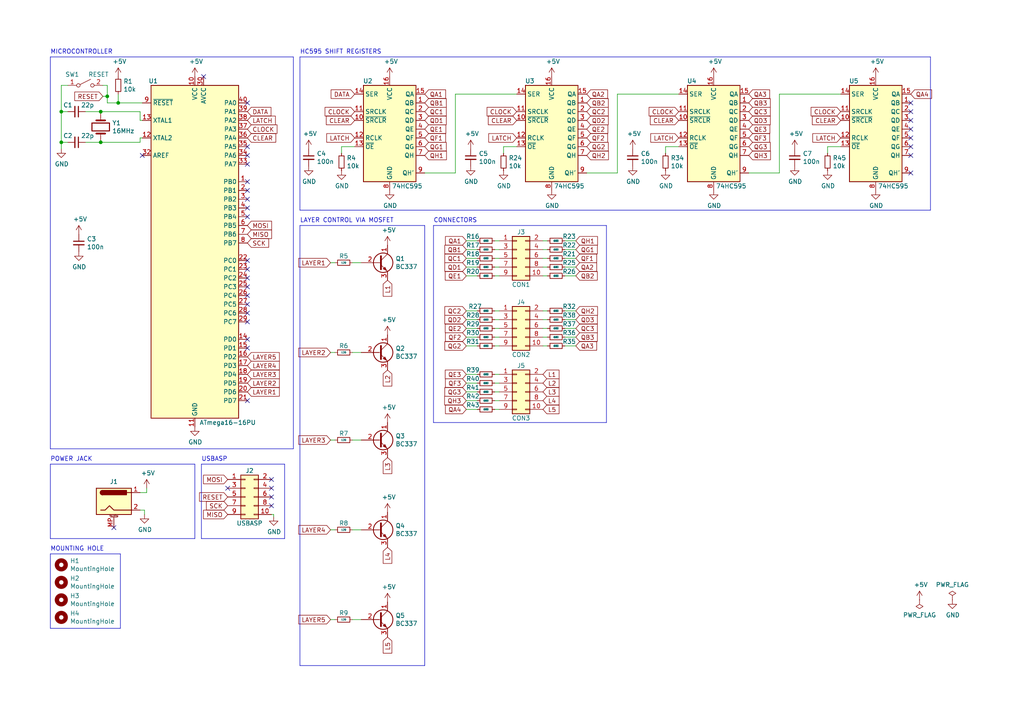
<source format=kicad_sch>
(kicad_sch (version 20230121) (generator eeschema)
  (paper "A4")
  (title_block (title "LED CUBE 5X5X5") (date "2021-08-31") (rev "1.0") (company "TVZ - Josip Kordek"))
  (lib_symbols
    (symbol "74xx:74HC595"
      (property "Reference" "U" (at -7.62 13.97 0))
      (property "Value" "74HC595" (at -7.62 -16.51 0))
      (symbol "74HC595_1_0"
        (pin tri_state line (at 10.16 7.62 180) (length 2.54) (name "QB") (number "1"))
        (pin input line (at -10.16 2.54 0) (length 2.54) (name "~{SRCLR}") (number "10"))
        (pin input line (at -10.16 5.08 0) (length 2.54) (name "SRCLK") (number "11"))
        (pin input line (at -10.16 -2.54 0) (length 2.54) (name "RCLK") (number "12"))
        (pin input line (at -10.16 -5.08 0) (length 2.54) (name "~{OE}") (number "13"))
        (pin input line (at -10.16 10.16 0) (length 2.54) (name "SER") (number "14"))
        (pin tri_state line (at 10.16 10.16 180) (length 2.54) (name "QA") (number "15"))
        (pin power_in line (at 0 15.24 270) (length 2.54) (name "VCC") (number "16"))
        (pin tri_state line (at 10.16 5.08 180) (length 2.54) (name "QC") (number "2"))
        (pin tri_state line (at 10.16 2.54 180) (length 2.54) (name "QD") (number "3"))
        (pin tri_state line (at 10.16 0 180) (length 2.54) (name "QE") (number "4"))
        (pin tri_state line (at 10.16 -2.54 180) (length 2.54) (name "QF") (number "5"))
        (pin tri_state line (at 10.16 -5.08 180) (length 2.54) (name "QG") (number "6"))
        (pin tri_state line (at 10.16 -7.62 180) (length 2.54) (name "QH") (number "7"))
        (pin power_in line (at 0 -17.78 90) (length 2.54) (name "GND") (number "8"))
        (pin output line (at 10.16 -12.7 180) (length 2.54) (name "QH'") (number "9"))
      )
    )
    (symbol "Connector:Barrel_Jack_MountingPin" (pin_names hide)
      (property "Reference" "J" (at 0 5.334 0))
      (property "Value" "Barrel_Jack_MountingPin" (at 1.27 -6.35 0))
      (symbol "Barrel_Jack_MountingPin_1_1"
        (text "Mounting" (at 0 -4.191 0) (effects (font (size 0.381 0.381))))
        (pin passive line (at 7.62 2.54 180) (length 2.54) (name "~") (number "1"))
        (pin passive line (at 7.62 -2.54 180) (length 2.54) (name "~") (number "2"))
        (pin passive line (at 0 -7.62 90) (length 3.048) (name "MountPin") (number "MP"))
      )
    )
    (symbol "Connector_Generic:Conn_02x05_Odd_Even" (pin_names (offset 1.016) hide)
      (property "Reference" "J" (at 1.27 7.62 0))
      (property "Value" "Conn_02x05_Odd_Even" (at 1.27 -7.62 0))
      (symbol "Conn_02x05_Odd_Even_1_1"
        (pin passive line (at -5.08 5.08 0) (length 3.81) (name "Pin_1") (number "1"))
        (pin passive line (at 7.62 -5.08 180) (length 3.81) (name "Pin_10") (number "10"))
        (pin passive line (at 7.62 5.08 180) (length 3.81) (name "Pin_2") (number "2"))
        (pin passive line (at -5.08 2.54 0) (length 3.81) (name "Pin_3") (number "3"))
        (pin passive line (at 7.62 2.54 180) (length 3.81) (name "Pin_4") (number "4"))
        (pin passive line (at -5.08 0 0) (length 3.81) (name "Pin_5") (number "5"))
        (pin passive line (at 7.62 0 180) (length 3.81) (name "Pin_6") (number "6"))
        (pin passive line (at -5.08 -2.54 0) (length 3.81) (name "Pin_7") (number "7"))
        (pin passive line (at 7.62 -2.54 180) (length 3.81) (name "Pin_8") (number "8"))
        (pin passive line (at -5.08 -5.08 0) (length 3.81) (name "Pin_9") (number "9"))
      )
    )
    (symbol "Device:C_Small" (pin_numbers hide) (pin_names (offset 0.254) hide)
      (property "Reference" "C" (at 0.254 1.778 0))
      (property "Value" "C_Small" (at 0.254 -2.032 0))
      (symbol "C_Small_1_1"
        (pin passive line (at 0 2.54 270) (length 2.032) (name "~") (number "1"))
        (pin passive line (at 0 -2.54 90) (length 2.032) (name "~") (number "2"))
      )
    )
    (symbol "Device:Crystal" (pin_numbers hide) (pin_names (offset 1.016) hide)
      (property "Reference" "Y" (at 0 3.81 0))
      (property "Value" "Crystal" (at 0 -3.81 0))
      (symbol "Crystal_1_1"
        (pin passive line (at -3.81 0 0) (length 1.27) (name "1") (number "1"))
        (pin passive line (at 3.81 0 180) (length 1.27) (name "2") (number "2"))
      )
    )
    (symbol "Device:R_Small" (pin_numbers hide) (pin_names (offset 0.254) hide)
      (property "Reference" "R" (at 0.762 0.508 0))
      (property "Value" "R_Small" (at 0.762 -1.016 0))
      (symbol "R_Small_1_1"
        (pin passive line (at 0 2.54 270) (length 0.762) (name "~") (number "1"))
        (pin passive line (at 0 -2.54 90) (length 0.762) (name "~") (number "2"))
      )
    )
    (symbol "MCU_Microchip_ATmega:ATmega16-16PU"
      (property "Reference" "U" (at -12.7 49.53 0))
      (property "Value" "MCU_Microchip_ATmega_ATmega16-16PU" (at 2.54 -49.53 0))
      (symbol "ATmega16-16PU_1_1"
        (pin bidirectional line (at 15.24 20.32 180) (length 2.54) (name "PB0") (number "1"))
        (pin power_in line (at 0 50.8 270) (length 2.54) (name "VCC") (number "10"))
        (pin power_in line (at 0 -50.8 90) (length 2.54) (name "GND") (number "11"))
        (pin output line (at -15.24 33.02 0) (length 2.54) (name "XTAL2") (number "12"))
        (pin input line (at -15.24 38.1 0) (length 2.54) (name "XTAL1") (number "13"))
        (pin bidirectional line (at 15.24 -25.4 180) (length 2.54) (name "PD0") (number "14"))
        (pin bidirectional line (at 15.24 -27.94 180) (length 2.54) (name "PD1") (number "15"))
        (pin bidirectional line (at 15.24 -30.48 180) (length 2.54) (name "PD2") (number "16"))
        (pin bidirectional line (at 15.24 -33.02 180) (length 2.54) (name "PD3") (number "17"))
        (pin bidirectional line (at 15.24 -35.56 180) (length 2.54) (name "PD4") (number "18"))
        (pin bidirectional line (at 15.24 -38.1 180) (length 2.54) (name "PD5") (number "19"))
        (pin bidirectional line (at 15.24 17.78 180) (length 2.54) (name "PB1") (number "2"))
        (pin bidirectional line (at 15.24 -40.64 180) (length 2.54) (name "PD6") (number "20"))
        (pin bidirectional line (at 15.24 -43.18 180) (length 2.54) (name "PD7") (number "21"))
        (pin bidirectional line (at 15.24 -2.54 180) (length 2.54) (name "PC0") (number "22"))
        (pin bidirectional line (at 15.24 -5.08 180) (length 2.54) (name "PC1") (number "23"))
        (pin bidirectional line (at 15.24 -7.62 180) (length 2.54) (name "PC2") (number "24"))
        (pin bidirectional line (at 15.24 -10.16 180) (length 2.54) (name "PC3") (number "25"))
        (pin bidirectional line (at 15.24 -12.7 180) (length 2.54) (name "PC4") (number "26"))
        (pin bidirectional line (at 15.24 -15.24 180) (length 2.54) (name "PC5") (number "27"))
        (pin bidirectional line (at 15.24 -17.78 180) (length 2.54) (name "PC6") (number "28"))
        (pin bidirectional line (at 15.24 -20.32 180) (length 2.54) (name "PC7") (number "29"))
        (pin bidirectional line (at 15.24 15.24 180) (length 2.54) (name "PB2") (number "3"))
        (pin power_in line (at 2.54 50.8 270) (length 2.54) (name "AVCC") (number "30"))
        (pin passive line (at 0 -50.8 90) (length 2.54) hide (name "GND") (number "31"))
        (pin passive line (at -15.24 27.94 0) (length 2.54) (name "AREF") (number "32"))
        (pin bidirectional line (at 15.24 25.4 180) (length 2.54) (name "PA7") (number "33"))
        (pin bidirectional line (at 15.24 27.94 180) (length 2.54) (name "PA6") (number "34"))
        (pin bidirectional line (at 15.24 30.48 180) (length 2.54) (name "PA5") (number "35"))
        (pin bidirectional line (at 15.24 33.02 180) (length 2.54) (name "PA4") (number "36"))
        (pin bidirectional line (at 15.24 35.56 180) (length 2.54) (name "PA3") (number "37"))
        (pin bidirectional line (at 15.24 38.1 180) (length 2.54) (name "PA2") (number "38"))
        (pin bidirectional line (at 15.24 40.64 180) (length 2.54) (name "PA1") (number "39"))
        (pin bidirectional line (at 15.24 12.7 180) (length 2.54) (name "PB3") (number "4"))
        (pin bidirectional line (at 15.24 43.18 180) (length 2.54) (name "PA0") (number "40"))
        (pin bidirectional line (at 15.24 10.16 180) (length 2.54) (name "PB4") (number "5"))
        (pin bidirectional line (at 15.24 7.62 180) (length 2.54) (name "PB5") (number "6"))
        (pin bidirectional line (at 15.24 5.08 180) (length 2.54) (name "PB6") (number "7"))
        (pin bidirectional line (at 15.24 2.54 180) (length 2.54) (name "PB7") (number "8"))
        (pin input line (at -15.24 43.18 0) (length 2.54) (name "~{RESET}") (number "9"))
      )
    )
    (symbol "Mechanical:MountingHole" (pin_names (offset 1.016))
      (property "Reference" "H" (at 0 5.08 0))
      (property "Value" "MountingHole" (at 0 3.175 0))
    )
    (symbol "Switch:SW_SPST" (pin_names (offset 0) hide)
      (property "Reference" "SW" (at 0 3.175 0))
      (property "Value" "SW_SPST" (at 0 -2.54 0))
      (symbol "SW_SPST_1_1"
        (pin passive line (at -5.08 0 0) (length 2.54) (name "A") (number "1"))
        (pin passive line (at 5.08 0 180) (length 2.54) (name "B") (number "2"))
      )
    )
    (symbol "Transistor_BJT:BC337" (pin_names (offset 0) hide)
      (property "Reference" "Q" (at 5.08 1.905 0))
      (property "Value" "BC337" (at 5.08 0 0))
      (symbol "BC337_1_1"
        (pin passive line (at 2.54 5.08 270) (length 2.54) (name "C") (number "1"))
        (pin input line (at -5.08 0 0) (length 5.08) (name "B") (number "2"))
        (pin passive line (at 2.54 -5.08 90) (length 2.54) (name "E") (number "3"))
      )
    )
    (symbol "power:+5V" (power) (pin_names (offset 0))
      (property "Value" "+5V" (at 0 3.556 0))
      (symbol "+5V_1_1"
        (pin power_in line (at 0 0 90) (length 0) hide (name "+5V") (number "1"))
      )
    )
    (symbol "power:GND" (power) (pin_names (offset 0))
      (property "Value" "GND" (at 0 -3.81 0))
      (symbol "GND_1_1"
        (pin power_in line (at 0 0 270) (length 0) hide (name "GND") (number "1"))
      )
    )
    (symbol "power:PWR_FLAG" (power) (pin_numbers hide) (pin_names (offset 0) hide)
      (property "Value" "PWR_FLAG" (at 0 3.81 0))
      (symbol "PWR_FLAG_0_0"
        (pin power_out line (at 0 0 90) (length 0) (name "pwr") (number "1"))
      )
    )
  )
  (junction (at 29.21 41.275))
  (junction (at 34.29 29.845))
  (junction (at 17.78 41.275))
  (junction (at 29.21 32.385))
  (junction (at 31.115 27.94))
  (junction (at 17.78 32.385))
  (no_connect (at 33.02 153.035))
  (no_connect (at 71.755 57.785))
  (no_connect (at 71.755 100.965))
  (no_connect (at 264.16 40.005))
  (no_connect (at 71.755 60.325))
  (no_connect (at 71.755 85.725))
  (no_connect (at 71.755 55.245))
  (no_connect (at 71.755 62.865))
  (no_connect (at 264.16 50.165))
  (no_connect (at 71.755 42.545))
  (no_connect (at 71.755 83.185))
  (no_connect (at 71.755 90.805))
  (no_connect (at 59.055 22.225))
  (no_connect (at 66.04 141.605))
  (no_connect (at 264.16 34.925))
  (no_connect (at 264.16 42.545))
  (no_connect (at 71.755 78.105))
  (no_connect (at 71.755 93.345))
  (no_connect (at 71.755 45.085))
  (no_connect (at 78.74 144.145))
  (no_connect (at 71.755 75.565))
  (no_connect (at 78.74 146.685))
  (no_connect (at 71.755 47.625))
  (no_connect (at 71.755 116.205))
  (no_connect (at 71.755 52.705))
  (no_connect (at 264.16 37.465))
  (no_connect (at 264.16 45.085))
  (no_connect (at 71.755 98.425))
  (no_connect (at 78.74 139.065))
  (no_connect (at 71.755 29.845))
  (no_connect (at 41.275 45.085))
  (no_connect (at 71.755 88.265))
  (no_connect (at 264.16 29.845))
  (no_connect (at 264.16 32.385))
  (no_connect (at 78.74 141.605))
  (no_connect (at 71.755 80.645))
  (polyline (pts (xy 14.605 130.175) (xy 85.09 130.175)))
  (wire (pts (xy 143.51 90.17) (xy 144.78 90.17)))
  (wire (pts (xy 179.07 27.305) (xy 196.85 27.305)))
  (wire (pts (xy 143.51 97.79) (xy 144.78 97.79)))
  (wire (pts (xy 226.06 50.165) (xy 226.06 27.305)))
  (wire (pts (xy 170.18 50.165) (xy 179.07 50.165)))
  (wire (pts (xy 29.21 41.275) (xy 40.64 41.275)))
  (wire (pts (xy 40.64 40.005) (xy 41.275 40.005)))
  (wire (pts (xy 143.51 74.93) (xy 144.78 74.93)))
  (wire (pts (xy 31.115 29.845) (xy 34.29 29.845)))
  (wire (pts (xy 217.17 50.165) (xy 226.06 50.165)))
  (wire (pts (xy 143.51 80.01) (xy 144.78 80.01)))
  (wire (pts (xy 143.51 77.47) (xy 144.78 77.47)))
  (wire (pts (xy 99.06 42.545) (xy 102.87 42.545)))
  (wire (pts (xy 17.78 32.385) (xy 19.685 32.385)))
  (wire (pts (xy 41.275 29.845) (xy 34.29 29.845)))
  (polyline (pts (xy 269.875 60.96) (xy 269.875 16.51)))
  (wire (pts (xy 135.255 90.17) (xy 138.43 90.17)))
  (wire (pts (xy 79.375 149.225) (xy 78.74 149.225)))
  (polyline (pts (xy 123.19 65.405) (xy 86.995 65.405)))
  (polyline (pts (xy 14.605 182.245) (xy 34.925 182.245)))
  (polyline (pts (xy 14.605 16.51) (xy 14.605 130.175)))
  (wire (pts (xy 163.83 72.39) (xy 167.005 72.39)))
  (polyline (pts (xy 175.895 65.405) (xy 125.73 65.405)))
  (polyline (pts (xy 86.995 16.51) (xy 86.995 60.96)))
  (wire (pts (xy 29.21 40.64) (xy 29.21 41.275)))
  (wire (pts (xy 42.545 141.605) (xy 42.545 142.875)))
  (wire (pts (xy 95.885 153.67) (xy 97.155 153.67)))
  (wire (pts (xy 34.29 29.845) (xy 34.29 27.305)))
  (polyline (pts (xy 86.995 193.04) (xy 123.19 193.04)))
  (wire (pts (xy 135.255 113.665) (xy 138.43 113.665)))
  (wire (pts (xy 29.845 27.94) (xy 31.115 27.94)))
  (wire (pts (xy 193.04 42.545) (xy 196.85 42.545)))
  (wire (pts (xy 19.685 24.765) (xy 17.78 24.765)))
  (wire (pts (xy 95.885 127.635) (xy 97.155 127.635)))
  (wire (pts (xy 135.255 118.745) (xy 138.43 118.745)))
  (wire (pts (xy 102.235 76.2) (xy 104.775 76.2)))
  (polyline (pts (xy 82.55 156.21) (xy 58.42 156.21)))
  (wire (pts (xy 135.255 100.33) (xy 138.43 100.33)))
  (polyline (pts (xy 82.55 134.62) (xy 82.55 156.21)))
  (wire (pts (xy 135.255 116.205) (xy 138.43 116.205)))
  (polyline (pts (xy 14.605 160.655) (xy 14.605 182.245)))
  (polyline (pts (xy 14.605 134.62) (xy 56.515 134.62)))
  (wire (pts (xy 163.83 80.01) (xy 167.005 80.01)))
  (wire (pts (xy 135.255 108.585) (xy 138.43 108.585)))
  (wire (pts (xy 17.78 24.765) (xy 17.78 32.385)))
  (polyline (pts (xy 82.55 134.62) (xy 58.42 134.62)))
  (wire (pts (xy 158.75 100.33) (xy 157.48 100.33)))
  (wire (pts (xy 102.235 179.705) (xy 104.775 179.705)))
  (wire (pts (xy 29.845 24.765) (xy 31.115 24.765)))
  (wire (pts (xy 158.75 72.39) (xy 157.48 72.39)))
  (wire (pts (xy 158.75 77.47) (xy 157.48 77.47)))
  (wire (pts (xy 226.06 27.305) (xy 243.84 27.305)))
  (wire (pts (xy 123.19 50.165) (xy 132.08 50.165)))
  (wire (pts (xy 163.83 77.47) (xy 167.005 77.47)))
  (wire (pts (xy 41.91 149.225) (xy 41.91 147.955)))
  (wire (pts (xy 163.83 69.85) (xy 167.005 69.85)))
  (polyline (pts (xy 86.995 65.405) (xy 86.995 193.04)))
  (wire (pts (xy 29.21 32.385) (xy 24.765 32.385)))
  (wire (pts (xy 24.765 41.275) (xy 29.21 41.275)))
  (wire (pts (xy 40.64 142.875) (xy 42.545 142.875)))
  (wire (pts (xy 17.78 43.18) (xy 17.78 41.275)))
  (polyline (pts (xy 86.995 60.96) (xy 269.875 60.96)))
  (polyline (pts (xy 125.73 122.555) (xy 175.895 122.555)))
  (wire (pts (xy 163.83 97.79) (xy 167.005 97.79)))
  (wire (pts (xy 79.375 149.86) (xy 79.375 149.225)))
  (wire (pts (xy 135.255 95.25) (xy 138.43 95.25)))
  (wire (pts (xy 143.51 72.39) (xy 144.78 72.39)))
  (wire (pts (xy 158.75 74.93) (xy 157.48 74.93)))
  (wire (pts (xy 102.235 127.635) (xy 104.775 127.635)))
  (wire (pts (xy 31.115 27.94) (xy 31.115 29.845)))
  (wire (pts (xy 135.255 77.47) (xy 138.43 77.47)))
  (wire (pts (xy 240.03 42.545) (xy 243.84 42.545)))
  (wire (pts (xy 143.51 118.745) (xy 144.78 118.745)))
  (wire (pts (xy 143.51 95.25) (xy 144.78 95.25)))
  (wire (pts (xy 102.235 153.67) (xy 104.775 153.67)))
  (polyline (pts (xy 85.09 16.51) (xy 14.605 16.51)))
  (wire (pts (xy 40.64 41.275) (xy 40.64 40.005)))
  (wire (pts (xy 143.51 69.85) (xy 144.78 69.85)))
  (polyline (pts (xy 175.895 122.555) (xy 175.895 65.405)))
  (wire (pts (xy 146.05 42.545) (xy 149.86 42.545)))
  (wire (pts (xy 135.255 72.39) (xy 138.43 72.39)))
  (polyline (pts (xy 123.19 193.04) (xy 123.19 65.405)))
  (polyline (pts (xy 58.42 134.62) (xy 58.42 156.21)))
  (wire (pts (xy 143.51 111.125) (xy 144.78 111.125)))
  (wire (pts (xy 163.83 100.33) (xy 167.005 100.33)))
  (wire (pts (xy 95.885 179.705) (xy 97.155 179.705)))
  (wire (pts (xy 135.255 97.79) (xy 138.43 97.79)))
  (wire (pts (xy 17.78 41.275) (xy 17.78 32.385)))
  (wire (pts (xy 158.75 80.01) (xy 157.48 80.01)))
  (wire (pts (xy 143.51 116.205) (xy 144.78 116.205)))
  (wire (pts (xy 31.115 24.765) (xy 31.115 27.94)))
  (wire (pts (xy 41.275 34.925) (xy 40.64 34.925)))
  (wire (pts (xy 132.08 27.305) (xy 132.08 50.165)))
  (polyline (pts (xy 14.605 134.62) (xy 14.605 156.21)))
  (wire (pts (xy 40.64 32.385) (xy 29.21 32.385)))
  (wire (pts (xy 135.255 111.125) (xy 138.43 111.125)))
  (wire (pts (xy 29.21 32.385) (xy 29.21 33.02)))
  (wire (pts (xy 158.75 97.79) (xy 157.48 97.79)))
  (wire (pts (xy 40.64 34.925) (xy 40.64 32.385)))
  (wire (pts (xy 158.75 95.25) (xy 157.48 95.25)))
  (wire (pts (xy 143.51 92.71) (xy 144.78 92.71)))
  (wire (pts (xy 143.51 100.33) (xy 144.78 100.33)))
  (wire (pts (xy 158.75 69.85) (xy 157.48 69.85)))
  (wire (pts (xy 135.255 92.71) (xy 138.43 92.71)))
  (wire (pts (xy 135.255 80.01) (xy 138.43 80.01)))
  (wire (pts (xy 41.91 147.955) (xy 40.64 147.955)))
  (wire (pts (xy 135.255 74.93) (xy 138.43 74.93)))
  (wire (pts (xy 95.885 76.2) (xy 97.155 76.2)))
  (wire (pts (xy 158.75 90.17) (xy 157.48 90.17)))
  (polyline (pts (xy 34.925 182.245) (xy 34.925 160.655)))
  (wire (pts (xy 19.685 41.275) (xy 17.78 41.275)))
  (wire (pts (xy 99.06 44.45) (xy 99.06 42.545)))
  (wire (pts (xy 146.05 44.45) (xy 146.05 42.545)))
  (wire (pts (xy 163.83 90.17) (xy 167.005 90.17)))
  (wire (pts (xy 163.83 74.93) (xy 167.005 74.93)))
  (wire (pts (xy 143.51 108.585) (xy 144.78 108.585)))
  (wire (pts (xy 135.255 69.85) (xy 138.43 69.85)))
  (wire (pts (xy 132.08 27.305) (xy 149.86 27.305)))
  (polyline (pts (xy 56.515 156.21) (xy 56.515 134.62)))
  (wire (pts (xy 163.83 95.25) (xy 167.005 95.25)))
  (polyline (pts (xy 14.605 156.21) (xy 56.515 156.21)))
  (wire (pts (xy 102.235 102.235) (xy 104.775 102.235)))
  (polyline (pts (xy 85.09 130.175) (xy 85.09 16.51)))
  (wire (pts (xy 143.51 113.665) (xy 144.78 113.665)))
  (wire (pts (xy 179.07 27.305) (xy 179.07 50.165)))
  (polyline (pts (xy 269.875 16.51) (xy 86.995 16.51)))
  (wire (pts (xy 193.04 44.45) (xy 193.04 42.545)))
  (wire (pts (xy 240.03 44.45) (xy 240.03 42.545)))
  (wire (pts (xy 95.885 102.235) (xy 97.155 102.235)))
  (polyline (pts (xy 34.925 160.655) (xy 14.605 160.655)))
  (wire (pts (xy 163.83 92.71) (xy 167.005 92.71)))
  (polyline (pts (xy 125.73 65.405) (xy 125.73 122.555)))
  (wire (pts (xy 158.75 92.71) (xy 157.48 92.71)))
  (text "POWER JACK" (at 14.605 133.985 0) (effects (font (size 1.27 1.27)) (justify left bottom)))
  (text "USBASP" (at 58.42 133.985 0) (effects (font (size 1.27 1.27)) (justify left bottom)))
  (text "HC595 SHIFT REGISTERS" (at 86.995 15.875 0) (effects (font (size 1.27 1.27)) (justify left bottom)))
  (text "LAYER CONTROL VIA MOSFET" (at 86.995 64.77 0) (effects (font (size 1.27 1.27)) (justify left bottom)))
  (text "MOUNTING HOLE" (at 14.605 160.02 0) (effects (font (size 1.27 1.27)) (justify left bottom)))
  (text "MICROCONTROLLER" (at 14.605 15.875 0) (effects (font (size 1.27 1.27)) (justify left bottom)))
  (text "CONNECTORS" (at 125.73 64.77 0) (effects (font (size 1.27 1.27)) (justify left bottom)))
  (global_label "LATCH" (shape input) (at 149.86 40.005 180) (property "Intersheetrefs" "${INTERSHEET_REFS}" (effects hide)))
  (global_label "LAYER5" (shape input) (at 95.885 179.705 180) (property "Intersheetrefs" "${INTERSHEET_REFS}" (effects hide)))
  (global_label "QD3" (shape input) (at 167.005 92.71 0) (property "Intersheetrefs" "${INTERSHEET_REFS}" (effects hide)))
  (global_label "CLOCK" (shape input) (at 196.85 32.385 180) (property "Intersheetrefs" "${INTERSHEET_REFS}" (effects hide)))
  (global_label "QA1" (shape input) (at 135.255 69.85 180) (property "Intersheetrefs" "${INTERSHEET_REFS}" (effects hide)))
  (global_label "QD1" (shape input) (at 123.19 34.925 0) (property "Intersheetrefs" "${INTERSHEET_REFS}" (effects hide)))
  (global_label "CLEAR" (shape input) (at 102.87 34.925 180) (property "Intersheetrefs" "${INTERSHEET_REFS}" (effects hide)))
  (global_label "L2" (shape input) (at 157.48 111.125 0) (property "Intersheetrefs" "${INTERSHEET_REFS}" (effects hide)))
  (global_label "RESET" (shape input) (at 66.04 144.145 180) (property "Intersheetrefs" "${INTERSHEET_REFS}" (effects hide)))
  (global_label "QF2" (shape input) (at 170.18 40.005 0) (property "Intersheetrefs" "${INTERSHEET_REFS}" (effects hide)))
  (global_label "DATA" (shape input) (at 102.87 27.305 180) (property "Intersheetrefs" "${INTERSHEET_REFS}" (effects hide)))
  (global_label "QA3" (shape input) (at 167.005 100.33 0) (property "Intersheetrefs" "${INTERSHEET_REFS}" (effects hide)))
  (global_label "QH1" (shape input) (at 167.005 69.85 0) (property "Intersheetrefs" "${INTERSHEET_REFS}" (effects hide)))
  (global_label "L4" (shape input) (at 112.395 158.75 270) (property "Intersheetrefs" "${INTERSHEET_REFS}" (effects hide)))
  (global_label "LATCH" (shape input) (at 196.85 40.005 180) (property "Intersheetrefs" "${INTERSHEET_REFS}" (effects hide)))
  (global_label "QB2" (shape input) (at 167.005 80.01 0) (property "Intersheetrefs" "${INTERSHEET_REFS}" (effects hide)))
  (global_label "QF3" (shape input) (at 217.17 40.005 0) (property "Intersheetrefs" "${INTERSHEET_REFS}" (effects hide)))
  (global_label "SCK" (shape input) (at 71.755 70.485 0) (property "Intersheetrefs" "${INTERSHEET_REFS}" (effects hide)))
  (global_label "QF2" (shape input) (at 135.255 97.79 180) (property "Intersheetrefs" "${INTERSHEET_REFS}" (effects hide)))
  (global_label "L4" (shape input) (at 157.48 116.205 0) (property "Intersheetrefs" "${INTERSHEET_REFS}" (effects hide)))
  (global_label "LAYER4" (shape input) (at 71.755 106.045 0) (property "Intersheetrefs" "${INTERSHEET_REFS}" (effects hide)))
  (global_label "LAYER1" (shape input) (at 71.755 113.665 0) (property "Intersheetrefs" "${INTERSHEET_REFS}" (effects hide)))
  (global_label "QF1" (shape input) (at 167.005 74.93 0) (property "Intersheetrefs" "${INTERSHEET_REFS}" (effects hide)))
  (global_label "QD2" (shape input) (at 135.255 92.71 180) (property "Intersheetrefs" "${INTERSHEET_REFS}" (effects hide)))
  (global_label "QA2" (shape input) (at 167.005 77.47 0) (property "Intersheetrefs" "${INTERSHEET_REFS}" (effects hide)))
  (global_label "QE2" (shape input) (at 170.18 37.465 0) (property "Intersheetrefs" "${INTERSHEET_REFS}" (effects hide)))
  (global_label "LATCH" (shape input) (at 102.87 40.005 180) (property "Intersheetrefs" "${INTERSHEET_REFS}" (effects hide)))
  (global_label "QH3" (shape input) (at 135.255 116.205 180) (property "Intersheetrefs" "${INTERSHEET_REFS}" (effects hide)))
  (global_label "QD1" (shape input) (at 135.255 77.47 180) (property "Intersheetrefs" "${INTERSHEET_REFS}" (effects hide)))
  (global_label "SCK" (shape input) (at 66.04 146.685 180) (property "Intersheetrefs" "${INTERSHEET_REFS}" (effects hide)))
  (global_label "LAYER4" (shape input) (at 95.885 153.67 180) (property "Intersheetrefs" "${INTERSHEET_REFS}" (effects hide)))
  (global_label "QB3" (shape input) (at 217.17 29.845 0) (property "Intersheetrefs" "${INTERSHEET_REFS}" (effects hide)))
  (global_label "QE3" (shape input) (at 135.255 108.585 180) (property "Intersheetrefs" "${INTERSHEET_REFS}" (effects hide)))
  (global_label "QC1" (shape input) (at 135.255 74.93 180) (property "Intersheetrefs" "${INTERSHEET_REFS}" (effects hide)))
  (global_label "QC3" (shape input) (at 217.17 32.385 0) (property "Intersheetrefs" "${INTERSHEET_REFS}" (effects hide)))
  (global_label "QG1" (shape input) (at 123.19 42.545 0) (property "Intersheetrefs" "${INTERSHEET_REFS}" (effects hide)))
  (global_label "QC2" (shape input) (at 170.18 32.385 0) (property "Intersheetrefs" "${INTERSHEET_REFS}" (effects hide)))
  (global_label "RESET" (shape input) (at 29.845 27.94 180) (property "Intersheetrefs" "${INTERSHEET_REFS}" (effects hide)))
  (global_label "LAYER5" (shape input) (at 71.755 103.505 0) (property "Intersheetrefs" "${INTERSHEET_REFS}" (effects hide)))
  (global_label "QH2" (shape input) (at 170.18 45.085 0) (property "Intersheetrefs" "${INTERSHEET_REFS}" (effects hide)))
  (global_label "QA2" (shape input) (at 170.18 27.305 0) (property "Intersheetrefs" "${INTERSHEET_REFS}" (effects hide)))
  (global_label "QC3" (shape input) (at 167.005 95.25 0) (property "Intersheetrefs" "${INTERSHEET_REFS}" (effects hide)))
  (global_label "QG3" (shape input) (at 217.17 42.545 0) (property "Intersheetrefs" "${INTERSHEET_REFS}" (effects hide)))
  (global_label "MOSI" (shape input) (at 71.755 65.405 0) (property "Intersheetrefs" "${INTERSHEET_REFS}" (effects hide)))
  (global_label "LAYER3" (shape input) (at 71.755 108.585 0) (property "Intersheetrefs" "${INTERSHEET_REFS}" (effects hide)))
  (global_label "QH3" (shape input) (at 217.17 45.085 0) (property "Intersheetrefs" "${INTERSHEET_REFS}" (effects hide)))
  (global_label "L3" (shape input) (at 112.395 132.715 270) (property "Intersheetrefs" "${INTERSHEET_REFS}" (effects hide)))
  (global_label "CLOCK" (shape input) (at 71.755 37.465 0) (property "Intersheetrefs" "${INTERSHEET_REFS}" (effects hide)))
  (global_label "CLEAR" (shape input) (at 243.84 34.925 180) (property "Intersheetrefs" "${INTERSHEET_REFS}" (effects hide)))
  (global_label "MISO" (shape input) (at 71.755 67.945 0) (property "Intersheetrefs" "${INTERSHEET_REFS}" (effects hide)))
  (global_label "L5" (shape input) (at 112.395 184.785 270) (property "Intersheetrefs" "${INTERSHEET_REFS}" (effects hide)))
  (global_label "QE1" (shape input) (at 123.19 37.465 0) (property "Intersheetrefs" "${INTERSHEET_REFS}" (effects hide)))
  (global_label "QG3" (shape input) (at 135.255 113.665 180) (property "Intersheetrefs" "${INTERSHEET_REFS}" (effects hide)))
  (global_label "QD2" (shape input) (at 170.18 34.925 0) (property "Intersheetrefs" "${INTERSHEET_REFS}" (effects hide)))
  (global_label "LAYER1" (shape input) (at 95.885 76.2 180) (property "Intersheetrefs" "${INTERSHEET_REFS}" (effects hide)))
  (global_label "QG1" (shape input) (at 167.005 72.39 0) (property "Intersheetrefs" "${INTERSHEET_REFS}" (effects hide)))
  (global_label "QB3" (shape input) (at 167.005 97.79 0) (property "Intersheetrefs" "${INTERSHEET_REFS}" (effects hide)))
  (global_label "LATCH" (shape input) (at 243.84 40.005 180) (property "Intersheetrefs" "${INTERSHEET_REFS}" (effects hide)))
  (global_label "QA1" (shape input) (at 123.19 27.305 0) (property "Intersheetrefs" "${INTERSHEET_REFS}" (effects hide)))
  (global_label "CLOCK" (shape input) (at 243.84 32.385 180) (property "Intersheetrefs" "${INTERSHEET_REFS}" (effects hide)))
  (global_label "QD3" (shape input) (at 217.17 34.925 0) (property "Intersheetrefs" "${INTERSHEET_REFS}" (effects hide)))
  (global_label "LATCH" (shape input) (at 71.755 34.925 0) (property "Intersheetrefs" "${INTERSHEET_REFS}" (effects hide)))
  (global_label "QE2" (shape input) (at 135.255 95.25 180) (property "Intersheetrefs" "${INTERSHEET_REFS}" (effects hide)))
  (global_label "L1" (shape input) (at 112.395 81.28 270) (property "Intersheetrefs" "${INTERSHEET_REFS}" (effects hide)))
  (global_label "QA3" (shape input) (at 217.17 27.305 0) (property "Intersheetrefs" "${INTERSHEET_REFS}" (effects hide)))
  (global_label "QC2" (shape input) (at 135.255 90.17 180) (property "Intersheetrefs" "${INTERSHEET_REFS}" (effects hide)))
  (global_label "QE1" (shape input) (at 135.255 80.01 180) (property "Intersheetrefs" "${INTERSHEET_REFS}" (effects hide)))
  (global_label "LAYER3" (shape input) (at 95.885 127.635 180) (property "Intersheetrefs" "${INTERSHEET_REFS}" (effects hide)))
  (global_label "LAYER2" (shape input) (at 71.755 111.125 0) (property "Intersheetrefs" "${INTERSHEET_REFS}" (effects hide)))
  (global_label "DATA" (shape input) (at 71.755 32.385 0) (property "Intersheetrefs" "${INTERSHEET_REFS}" (effects hide)))
  (global_label "MISO" (shape input) (at 66.04 149.225 180) (property "Intersheetrefs" "${INTERSHEET_REFS}" (effects hide)))
  (global_label "QF3" (shape input) (at 135.255 111.125 180) (property "Intersheetrefs" "${INTERSHEET_REFS}" (effects hide)))
  (global_label "L5" (shape input) (at 157.48 118.745 0) (property "Intersheetrefs" "${INTERSHEET_REFS}" (effects hide)))
  (global_label "L1" (shape input) (at 157.48 108.585 0) (property "Intersheetrefs" "${INTERSHEET_REFS}" (effects hide)))
  (global_label "LAYER2" (shape input) (at 95.885 102.235 180) (property "Intersheetrefs" "${INTERSHEET_REFS}" (effects hide)))
  (global_label "QH2" (shape input) (at 167.005 90.17 0) (property "Intersheetrefs" "${INTERSHEET_REFS}" (effects hide)))
  (global_label "QA4" (shape input) (at 264.16 27.305 0) (property "Intersheetrefs" "${INTERSHEET_REFS}" (effects hide)))
  (global_label "CLEAR" (shape input) (at 196.85 34.925 180) (property "Intersheetrefs" "${INTERSHEET_REFS}" (effects hide)))
  (global_label "QG2" (shape input) (at 135.255 100.33 180) (property "Intersheetrefs" "${INTERSHEET_REFS}" (effects hide)))
  (global_label "CLEAR" (shape input) (at 71.755 40.005 0) (property "Intersheetrefs" "${INTERSHEET_REFS}" (effects hide)))
  (global_label "L2" (shape input) (at 112.395 107.315 270) (property "Intersheetrefs" "${INTERSHEET_REFS}" (effects hide)))
  (global_label "MOSI" (shape input) (at 66.04 139.065 180) (property "Intersheetrefs" "${INTERSHEET_REFS}" (effects hide)))
  (global_label "CLOCK" (shape input) (at 102.87 32.385 180) (property "Intersheetrefs" "${INTERSHEET_REFS}" (effects hide)))
  (global_label "QB1" (shape input) (at 123.19 29.845 0) (property "Intersheetrefs" "${INTERSHEET_REFS}" (effects hide)))
  (global_label "QH1" (shape input) (at 123.19 45.085 0) (property "Intersheetrefs" "${INTERSHEET_REFS}" (effects hide)))
  (global_label "QA4" (shape input) (at 135.255 118.745 180) (property "Intersheetrefs" "${INTERSHEET_REFS}" (effects hide)))
  (global_label "QC1" (shape input) (at 123.19 32.385 0) (property "Intersheetrefs" "${INTERSHEET_REFS}" (effects hide)))
  (global_label "L3" (shape input) (at 157.48 113.665 0) (property "Intersheetrefs" "${INTERSHEET_REFS}" (effects hide)))
  (global_label "QE3" (shape input) (at 217.17 37.465 0) (property "Intersheetrefs" "${INTERSHEET_REFS}" (effects hide)))
  (global_label "QB1" (shape input) (at 135.255 72.39 180) (property "Intersheetrefs" "${INTERSHEET_REFS}" (effects hide)))
  (global_label "CLEAR" (shape input) (at 149.86 34.925 180) (property "Intersheetrefs" "${INTERSHEET_REFS}" (effects hide)))
  (global_label "QB2" (shape input) (at 170.18 29.845 0) (property "Intersheetrefs" "${INTERSHEET_REFS}" (effects hide)))
  (global_label "CLOCK" (shape input) (at 149.86 32.385 180) (property "Intersheetrefs" "${INTERSHEET_REFS}" (effects hide)))
  (global_label "QF1" (shape input) (at 123.19 40.005 0) (property "Intersheetrefs" "${INTERSHEET_REFS}" (effects hide)))
  (global_label "QG2" (shape input) (at 170.18 42.545 0) (property "Intersheetrefs" "${INTERSHEET_REFS}" (effects hide)))
  (symbol (lib_id "MCU_Microchip_ATmega:ATmega16-16PU") (at 56.515 73.025 0) (unit 1)
    (property "Reference" "U1" (at 44.45 23.495 0))
    (property "Value" "ATmega16-16PU" (at 66.04 122.555 0))
    (property "Footprint" "Package_DIP:DIP-40_W15.24mm_Socket_LongPads" (effects hide))
    (property "Datasheet" "http://ww1.microchip.com/downloads/en/DeviceDoc/doc2466.pdf" (effects hide))
  )
  (symbol (lib_id "power:GND") (at 56.515 123.825 0) (unit 1)
    (property "Reference" "#PWR0113" (effects hide))
    (property "Value" "GND" (at 56.642 128.2192 0))
  )
  (symbol (lib_id "power:+5V") (at 56.515 22.225 0) (unit 1)
    (property "Reference" "#PWR0112" (effects hide))
    (property "Value" "+5V" (at 56.896 17.8308 0))
  )
  (symbol (lib_id "Device:R_Small") (at 34.29 24.765 0) (unit 1)
    (property "Reference" "R1" (at 35.7886 23.5966 0) (effects (justify left)))
    (property "Value" "10k" (at 35.7886 25.908 0) (effects (justify left)))
    (property "Footprint" "Resistor_THT:R_Axial_DIN0207_L6.3mm_D2.5mm_P7.62mm_Horizontal" (effects hide))
  )
  (symbol (lib_id "power:+5V") (at 34.29 22.225 0) (unit 1)
    (property "Reference" "#PWR0111" (effects hide))
    (property "Value" "+5V" (at 34.671 17.8308 0))
  )
  (symbol (lib_id "Device:Crystal") (at 29.21 36.83 270) (unit 1)
    (property "Reference" "Y1" (at 32.5374 35.6616 90) (effects (justify left)))
    (property "Value" "16MHz" (at 32.5374 37.973 90) (effects (justify left)))
    (property "Footprint" "Crystal:Crystal_HC49-4H_Vertical" (effects hide))
  )
  (symbol (lib_id "Device:C_Small") (at 22.225 32.385 270) (unit 1)
    (property "Reference" "C1" (at 19.685 30.48 90))
    (property "Value" "22p" (at 25.4 30.48 90))
    (property "Footprint" "Capacitor_THT:C_Disc_D3.0mm_W1.6mm_P2.50mm" (effects hide))
  )
  (symbol (lib_id "Device:C_Small") (at 22.225 41.275 270) (unit 1)
    (property "Reference" "C2" (at 19.685 39.37 90))
    (property "Value" "22p" (at 25.4 39.37 90))
    (property "Footprint" "Capacitor_THT:C_Disc_D3.0mm_W1.6mm_P2.50mm" (effects hide))
  )
  (symbol (lib_id "power:GND") (at 17.78 43.18 0) (unit 1)
    (property "Reference" "#PWR0110" (effects hide))
    (property "Value" "GND" (at 17.907 47.5742 0))
  )
  (symbol (lib_id "Switch:SW_SPST") (at 24.765 24.765 0) (unit 1)
    (property "Reference" "SW1" (at 20.955 21.59 0))
    (property "Value" "RESET" (at 28.575 21.59 0))
    (property "Footprint" "Button_Switch_THT:SW_Tactile_SPST_Angled_PTS645Vx39-2LFS" (effects hide))
  )
  (symbol (lib_id "power:+5V") (at 42.545 141.605 0) (unit 1)
    (property "Reference" "#PWR0144" (effects hide))
    (property "Value" "+5V" (at 42.926 137.2108 0))
  )
  (symbol (lib_id "power:GND") (at 41.91 149.225 0) (unit 1)
    (property "Reference" "#PWR0109" (effects hide))
    (property "Value" "GND" (at 42.037 153.6192 0))
  )
  (symbol (lib_id "Device:C_Small") (at 22.86 70.485 0) (unit 1)
    (property "Reference" "C3" (at 25.1968 69.3166 0) (effects (justify left)))
    (property "Value" "100n" (at 25.1968 71.628 0) (effects (justify left)))
    (property "Footprint" "Capacitor_THT:CP_Radial_Tantal_D5.0mm_P5.00mm" (effects hide))
  )
  (symbol (lib_id "power:+5V") (at 22.86 67.945 0) (unit 1)
    (property "Reference" "#PWR0108" (effects hide))
    (property "Value" "+5V" (at 23.241 63.5508 0))
  )
  (symbol (lib_id "power:GND") (at 22.86 73.025 0) (unit 1)
    (property "Reference" "#PWR0107" (effects hide))
    (property "Value" "GND" (at 22.987 77.4192 0))
  )
  (symbol (lib_id "74xx:74HC595") (at 113.03 37.465 0) (unit 1)
    (property "Reference" "U2" (at 106.68 23.495 0))
    (property "Value" "74HC595" (at 118.11 53.975 0))
    (property "Footprint" "Package_DIP:DIP-16_W7.62mm_Socket_LongPads" (effects hide))
    (property "Datasheet" "http://www.ti.com/lit/ds/symlink/sn74hc595.pdf" (effects hide))
  )
  (symbol (lib_id "Device:C_Small") (at 89.535 45.72 0) (unit 1)
    (property "Reference" "C4" (at 91.8718 44.5516 0) (effects (justify left)))
    (property "Value" "100n" (at 91.8718 46.863 0) (effects (justify left)))
    (property "Footprint" "Capacitor_THT:CP_Radial_Tantal_D5.0mm_P5.00mm" (effects hide))
  )
  (symbol (lib_id "power:+5V") (at 89.535 43.18 0) (unit 1)
    (property "Reference" "#PWR0106" (effects hide))
    (property "Value" "+5V" (at 89.916 38.7858 0))
  )
  (symbol (lib_id "power:GND") (at 89.535 48.26 0) (unit 1)
    (property "Reference" "#PWR0105" (effects hide))
    (property "Value" "GND" (at 89.662 52.6542 0))
  )
  (symbol (lib_id "power:GND") (at 113.03 55.245 0) (unit 1)
    (property "Reference" "#PWR0101" (effects hide))
    (property "Value" "GND" (at 113.157 59.6392 0))
  )
  (symbol (lib_id "power:+5V") (at 113.03 22.225 0) (unit 1)
    (property "Reference" "#PWR0102" (effects hide))
    (property "Value" "+5V" (at 113.411 17.8308 0))
  )
  (symbol (lib_id "power:GND") (at 99.06 49.53 0) (unit 1)
    (property "Reference" "#PWR0103" (effects hide))
    (property "Value" "GND" (at 99.187 53.9242 0))
  )
  (symbol (lib_id "Device:R_Small") (at 99.06 46.99 0) (unit 1)
    (property "Reference" "R4" (at 100.5586 45.8216 0) (effects (justify left)))
    (property "Value" "10k" (at 100.5586 48.133 0) (effects (justify left)))
    (property "Footprint" "Resistor_THT:R_Axial_DIN0207_L6.3mm_D2.5mm_P7.62mm_Horizontal" (effects hide))
  )
  (symbol (lib_id "74xx:74HC595") (at 160.02 37.465 0) (unit 1)
    (property "Reference" "U3" (at 153.67 23.495 0))
    (property "Value" "74HC595" (at 165.1 53.975 0))
    (property "Footprint" "Package_DIP:DIP-16_W7.62mm_Socket_LongPads" (effects hide))
    (property "Datasheet" "http://www.ti.com/lit/ds/symlink/sn74hc595.pdf" (effects hide))
  )
  (symbol (lib_id "power:GND") (at 160.02 55.245 0) (unit 1)
    (property "Reference" "#PWR0114" (effects hide))
    (property "Value" "GND" (at 160.147 59.6392 0))
  )
  (symbol (lib_id "power:+5V") (at 160.02 22.225 0) (unit 1)
    (property "Reference" "#PWR0115" (effects hide))
    (property "Value" "+5V" (at 160.401 17.8308 0))
  )
  (symbol (lib_id "power:GND") (at 146.05 49.53 0) (unit 1)
    (property "Reference" "#PWR0116" (effects hide))
    (property "Value" "GND" (at 146.177 53.9242 0))
  )
  (symbol (lib_id "Device:R_Small") (at 146.05 46.99 0) (unit 1)
    (property "Reference" "R24" (at 147.5486 45.8216 0) (effects (justify left)))
    (property "Value" "10k" (at 147.5486 48.133 0) (effects (justify left)))
    (property "Footprint" "Resistor_THT:R_Axial_DIN0207_L6.3mm_D2.5mm_P7.62mm_Horizontal" (effects hide))
  )
  (symbol (lib_id "power:GND") (at 136.525 48.26 0) (unit 1)
    (property "Reference" "#PWR0118" (effects hide))
    (property "Value" "GND" (at 136.652 52.6542 0))
  )
  (symbol (lib_id "power:+5V") (at 136.525 43.18 0) (unit 1)
    (property "Reference" "#PWR0119" (effects hide))
    (property "Value" "+5V" (at 136.906 38.7858 0))
  )
  (symbol (lib_id "Device:C_Small") (at 136.525 45.72 0) (unit 1)
    (property "Reference" "C5" (at 138.8618 44.5516 0) (effects (justify left)))
    (property "Value" "100n" (at 138.8618 46.863 0) (effects (justify left)))
    (property "Footprint" "Capacitor_THT:CP_Radial_Tantal_D5.0mm_P5.00mm" (effects hide))
  )
  (symbol (lib_id "74xx:74HC595") (at 207.01 37.465 0) (unit 1)
    (property "Reference" "U4" (at 200.66 23.495 0))
    (property "Value" "74HC595" (at 212.09 53.975 0))
    (property "Footprint" "Package_DIP:DIP-16_W7.62mm_Socket_LongPads" (effects hide))
    (property "Datasheet" "http://www.ti.com/lit/ds/symlink/sn74hc595.pdf" (effects hide))
  )
  (symbol (lib_id "power:GND") (at 207.01 55.245 0) (unit 1)
    (property "Reference" "#PWR0120" (effects hide))
    (property "Value" "GND" (at 207.137 59.6392 0))
  )
  (symbol (lib_id "power:+5V") (at 207.01 22.225 0) (unit 1)
    (property "Reference" "#PWR0121" (effects hide))
    (property "Value" "+5V" (at 207.391 17.8308 0))
  )
  (symbol (lib_id "power:GND") (at 193.04 49.53 0) (unit 1)
    (property "Reference" "#PWR0122" (effects hide))
    (property "Value" "GND" (at 193.167 53.9242 0))
  )
  (symbol (lib_id "Device:R_Small") (at 193.04 46.99 0) (unit 1)
    (property "Reference" "R34" (at 194.5386 45.8216 0) (effects (justify left)))
    (property "Value" "10k" (at 194.5386 48.133 0) (effects (justify left)))
    (property "Footprint" "Resistor_THT:R_Axial_DIN0207_L6.3mm_D2.5mm_P7.62mm_Horizontal" (effects hide))
  )
  (symbol (lib_id "power:GND") (at 183.515 48.26 0) (unit 1)
    (property "Reference" "#PWR0124" (effects hide))
    (property "Value" "GND" (at 183.642 52.6542 0))
  )
  (symbol (lib_id "power:+5V") (at 183.515 43.18 0) (unit 1)
    (property "Reference" "#PWR0125" (effects hide))
    (property "Value" "+5V" (at 183.896 38.7858 0))
  )
  (symbol (lib_id "Device:C_Small") (at 183.515 45.72 0) (unit 1)
    (property "Reference" "C6" (at 185.8518 44.5516 0) (effects (justify left)))
    (property "Value" "100n" (at 185.8518 46.863 0) (effects (justify left)))
    (property "Footprint" "Capacitor_THT:CP_Radial_Tantal_D5.0mm_P5.00mm" (effects hide))
  )
  (symbol (lib_id "74xx:74HC595") (at 254 37.465 0) (unit 1)
    (property "Reference" "U5" (at 247.65 23.495 0))
    (property "Value" "74HC595" (at 259.08 53.975 0))
    (property "Footprint" "Package_DIP:DIP-16_W7.62mm_Socket_LongPads" (effects hide))
    (property "Datasheet" "http://www.ti.com/lit/ds/symlink/sn74hc595.pdf" (effects hide))
  )
  (symbol (lib_id "power:GND") (at 254 55.245 0) (unit 1)
    (property "Reference" "#PWR0126" (effects hide))
    (property "Value" "GND" (at 254.127 59.6392 0))
  )
  (symbol (lib_id "power:+5V") (at 254 22.225 0) (unit 1)
    (property "Reference" "#PWR0127" (effects hide))
    (property "Value" "+5V" (at 254.381 17.8308 0))
  )
  (symbol (lib_id "power:GND") (at 240.03 49.53 0) (unit 1)
    (property "Reference" "#PWR0128" (effects hide))
    (property "Value" "GND" (at 240.157 53.9242 0))
  )
  (symbol (lib_id "Device:R_Small") (at 240.03 46.99 0) (unit 1)
    (property "Reference" "R45" (at 241.5286 45.8216 0) (effects (justify left)))
    (property "Value" "10k" (at 241.5286 48.133 0) (effects (justify left)))
    (property "Footprint" "Resistor_THT:R_Axial_DIN0207_L6.3mm_D2.5mm_P7.62mm_Horizontal" (effects hide))
  )
  (symbol (lib_id "power:GND") (at 230.505 48.26 0) (unit 1)
    (property "Reference" "#PWR0130" (effects hide))
    (property "Value" "GND" (at 230.632 52.6542 0))
  )
  (symbol (lib_id "power:+5V") (at 230.505 43.18 0) (unit 1)
    (property "Reference" "#PWR0131" (effects hide))
    (property "Value" "+5V" (at 230.886 38.7858 0))
  )
  (symbol (lib_id "Device:C_Small") (at 230.505 45.72 0) (unit 1)
    (property "Reference" "C7" (at 232.8418 44.5516 0) (effects (justify left)))
    (property "Value" "100n" (at 232.8418 46.863 0) (effects (justify left)))
    (property "Footprint" "Capacitor_THT:CP_Radial_Tantal_D5.0mm_P5.00mm" (effects hide))
  )
  (symbol (lib_id "Device:R_Small") (at 140.97 69.85 90) (unit 1)
    (property "Reference" "R16" (at 137.16 68.58 90))
    (property "Value" "680" (at 140.97 69.85 90) (effects (font (size 0.508 0.508))))
    (property "Footprint" "Resistor_THT:R_Axial_DIN0207_L6.3mm_D2.5mm_P7.62mm_Horizontal" (effects hide))
  )
  (symbol (lib_id "Device:R_Small") (at 99.695 76.2 270) (unit 1)
    (property "Reference" "R5" (at 99.695 74.295 90))
    (property "Value" "120" (at 99.695 76.2 90) (effects (font (size 0.508 0.508))))
    (property "Footprint" "Resistor_THT:R_Axial_DIN0207_L6.3mm_D2.5mm_P7.62mm_Horizontal" (effects hide))
  )
  (symbol (lib_id "power:+5V") (at 112.395 71.12 0) (unit 1)
    (property "Reference" "#PWR0133" (effects hide))
    (property "Value" "+5V" (at 112.776 66.7258 0))
  )
  (symbol (lib_id "Device:R_Small") (at 99.695 102.235 270) (unit 1)
    (property "Reference" "R6" (at 99.695 100.33 90))
    (property "Value" "120" (at 99.695 102.235 90) (effects (font (size 0.508 0.508))))
    (property "Footprint" "Resistor_THT:R_Axial_DIN0207_L6.3mm_D2.5mm_P7.62mm_Horizontal" (effects hide))
  )
  (symbol (lib_id "power:+5V") (at 112.395 97.155 0) (unit 1)
    (property "Reference" "#PWR0135" (effects hide))
    (property "Value" "+5V" (at 112.776 92.7608 0))
  )
  (symbol (lib_id "Device:R_Small") (at 99.695 127.635 270) (unit 1)
    (property "Reference" "R7" (at 99.695 125.73 90))
    (property "Value" "120" (at 99.695 127.635 90) (effects (font (size 0.508 0.508))))
    (property "Footprint" "Resistor_THT:R_Axial_DIN0207_L6.3mm_D2.5mm_P7.62mm_Horizontal" (effects hide))
  )
  (symbol (lib_id "power:+5V") (at 112.395 122.555 0) (unit 1)
    (property "Reference" "#PWR0137" (effects hide))
    (property "Value" "+5V" (at 112.776 118.1608 0))
  )
  (symbol (lib_id "Device:R_Small") (at 99.695 153.67 270) (unit 1)
    (property "Reference" "R8" (at 99.695 151.765 90))
    (property "Value" "120" (at 99.695 153.67 90) (effects (font (size 0.508 0.508))))
    (property "Footprint" "Resistor_THT:R_Axial_DIN0207_L6.3mm_D2.5mm_P7.62mm_Horizontal" (effects hide))
  )
  (symbol (lib_id "power:+5V") (at 112.395 148.59 0) (unit 1)
    (property "Reference" "#PWR0139" (effects hide))
    (property "Value" "+5V" (at 112.776 144.1958 0))
  )
  (symbol (lib_id "Device:R_Small") (at 99.695 179.705 270) (unit 1)
    (property "Reference" "R9" (at 99.695 177.8 90))
    (property "Value" "120" (at 99.695 179.705 90) (effects (font (size 0.508 0.508))))
    (property "Footprint" "Resistor_THT:R_Axial_DIN0207_L6.3mm_D2.5mm_P7.62mm_Horizontal" (effects hide))
  )
  (symbol (lib_id "power:+5V") (at 112.395 174.625 0) (unit 1)
    (property "Reference" "#PWR0141" (effects hide))
    (property "Value" "+5V" (at 112.776 170.2308 0))
  )
  (symbol (lib_id "Connector_Generic:Conn_02x05_Odd_Even") (at 149.86 74.93 0) (unit 1)
    (property "Reference" "J3" (at 151.13 67.31 0))
    (property "Value" "CON1" (at 151.13 82.55 0))
    (property "Footprint" "Connector_IDC:IDC-Header_2x05_P2.54mm_Vertical" (effects hide))
  )
  (symbol (lib_id "Device:R_Small") (at 140.97 72.39 90) (unit 1)
    (property "Reference" "R17" (at 137.16 71.12 90))
    (property "Value" "680" (at 140.97 72.39 90) (effects (font (size 0.508 0.508))))
    (property "Footprint" "Resistor_THT:R_Axial_DIN0207_L6.3mm_D2.5mm_P7.62mm_Horizontal" (effects hide))
  )
  (symbol (lib_id "Device:R_Small") (at 140.97 74.93 90) (unit 1)
    (property "Reference" "R18" (at 137.16 73.66 90))
    (property "Value" "680" (at 140.97 74.93 90) (effects (font (size 0.508 0.508))))
    (property "Footprint" "Resistor_THT:R_Axial_DIN0207_L6.3mm_D2.5mm_P7.62mm_Horizontal" (effects hide))
  )
  (symbol (lib_id "Device:R_Small") (at 140.97 77.47 90) (unit 1)
    (property "Reference" "R19" (at 137.16 76.2 90))
    (property "Value" "680" (at 140.97 77.47 90) (effects (font (size 0.508 0.508))))
    (property "Footprint" "Resistor_THT:R_Axial_DIN0207_L6.3mm_D2.5mm_P7.62mm_Horizontal" (effects hide))
  )
  (symbol (lib_id "Device:R_Small") (at 140.97 80.01 90) (unit 1)
    (property "Reference" "R20" (at 137.16 78.74 90))
    (property "Value" "680" (at 140.97 80.01 90) (effects (font (size 0.508 0.508))))
    (property "Footprint" "Resistor_THT:R_Axial_DIN0207_L6.3mm_D2.5mm_P7.62mm_Horizontal" (effects hide))
  )
  (symbol (lib_id "Device:R_Small") (at 161.29 74.93 270) (unit 1)
    (property "Reference" "R21" (at 165.1 73.66 90))
    (property "Value" "680" (at 161.29 74.93 90) (effects (font (size 0.508 0.508))))
    (property "Footprint" "Resistor_THT:R_Axial_DIN0207_L6.3mm_D2.5mm_P7.62mm_Horizontal" (effects hide))
  )
  (symbol (lib_id "Device:R_Small") (at 161.29 72.39 270) (unit 1)
    (property "Reference" "R22" (at 165.1 71.12 90))
    (property "Value" "680" (at 161.29 72.39 90) (effects (font (size 0.508 0.508))))
    (property "Footprint" "Resistor_THT:R_Axial_DIN0207_L6.3mm_D2.5mm_P7.62mm_Horizontal" (effects hide))
  )
  (symbol (lib_id "Device:R_Small") (at 161.29 69.85 270) (unit 1)
    (property "Reference" "R23" (at 165.1 68.58 90))
    (property "Value" "680" (at 161.29 69.85 90) (effects (font (size 0.508 0.508))))
    (property "Footprint" "Resistor_THT:R_Axial_DIN0207_L6.3mm_D2.5mm_P7.62mm_Horizontal" (effects hide))
  )
  (symbol (lib_id "Device:R_Small") (at 161.29 77.47 270) (unit 1)
    (property "Reference" "R25" (at 165.1 76.2 90))
    (property "Value" "680" (at 161.29 77.47 90) (effects (font (size 0.508 0.508))))
    (property "Footprint" "Resistor_THT:R_Axial_DIN0207_L6.3mm_D2.5mm_P7.62mm_Horizontal" (effects hide))
  )
  (symbol (lib_id "Device:R_Small") (at 161.29 80.01 270) (unit 1)
    (property "Reference" "R26" (at 165.1 78.74 90))
    (property "Value" "680" (at 161.29 80.01 90) (effects (font (size 0.508 0.508))))
    (property "Footprint" "Resistor_THT:R_Axial_DIN0207_L6.3mm_D2.5mm_P7.62mm_Horizontal" (effects hide))
  )
  (symbol (lib_id "Device:R_Small") (at 140.97 90.17 90) (unit 1)
    (property "Reference" "R27" (at 137.795 88.9 90))
    (property "Value" "680" (at 140.97 90.17 90) (effects (font (size 0.508 0.508))))
    (property "Footprint" "Resistor_THT:R_Axial_DIN0207_L6.3mm_D2.5mm_P7.62mm_Horizontal" (effects hide))
  )
  (symbol (lib_id "Device:R_Small") (at 140.97 92.71 90) (unit 1)
    (property "Reference" "R28" (at 137.16 91.44 90))
    (property "Value" "680" (at 140.97 92.71 90) (effects (font (size 0.508 0.508))))
    (property "Footprint" "Resistor_THT:R_Axial_DIN0207_L6.3mm_D2.5mm_P7.62mm_Horizontal" (effects hide))
  )
  (symbol (lib_id "Device:R_Small") (at 140.97 95.25 90) (unit 1)
    (property "Reference" "R29" (at 137.16 93.98 90))
    (property "Value" "680" (at 140.97 95.25 90) (effects (font (size 0.508 0.508))))
    (property "Footprint" "Resistor_THT:R_Axial_DIN0207_L6.3mm_D2.5mm_P7.62mm_Horizontal" (effects hide))
  )
  (symbol (lib_id "Device:R_Small") (at 140.97 97.79 90) (unit 1)
    (property "Reference" "R30" (at 137.16 96.52 90))
    (property "Value" "680" (at 140.97 97.79 90) (effects (font (size 0.508 0.508))))
    (property "Footprint" "Resistor_THT:R_Axial_DIN0207_L6.3mm_D2.5mm_P7.62mm_Horizontal" (effects hide))
  )
  (symbol (lib_id "Device:R_Small") (at 140.97 100.33 90) (unit 1)
    (property "Reference" "R31" (at 137.16 99.06 90))
    (property "Value" "680" (at 140.97 100.33 90) (effects (font (size 0.508 0.508))))
    (property "Footprint" "Resistor_THT:R_Axial_DIN0207_L6.3mm_D2.5mm_P7.62mm_Horizontal" (effects hide))
  )
  (symbol (lib_id "Device:R_Small") (at 161.29 90.17 270) (unit 1)
    (property "Reference" "R32" (at 165.1 88.9 90))
    (property "Value" "680" (at 161.29 90.17 90) (effects (font (size 0.508 0.508))))
    (property "Footprint" "Resistor_THT:R_Axial_DIN0207_L6.3mm_D2.5mm_P7.62mm_Horizontal" (effects hide))
  )
  (symbol (lib_id "Device:R_Small") (at 161.29 100.33 270) (unit 1)
    (property "Reference" "R35" (at 165.1 99.06 90))
    (property "Value" "680" (at 161.29 100.33 90) (effects (font (size 0.508 0.508))))
    (property "Footprint" "Resistor_THT:R_Axial_DIN0207_L6.3mm_D2.5mm_P7.62mm_Horizontal" (effects hide))
  )
  (symbol (lib_id "Device:R_Small") (at 161.29 97.79 270) (unit 1)
    (property "Reference" "R36" (at 165.1 96.52 90))
    (property "Value" "680" (at 161.29 97.79 90) (effects (font (size 0.508 0.508))))
    (property "Footprint" "Resistor_THT:R_Axial_DIN0207_L6.3mm_D2.5mm_P7.62mm_Horizontal" (effects hide))
  )
  (symbol (lib_id "Device:R_Small") (at 161.29 95.25 270) (unit 1)
    (property "Reference" "R37" (at 165.1 93.98 90))
    (property "Value" "680" (at 161.29 95.25 90) (effects (font (size 0.508 0.508))))
    (property "Footprint" "Resistor_THT:R_Axial_DIN0207_L6.3mm_D2.5mm_P7.62mm_Horizontal" (effects hide))
  )
  (symbol (lib_id "Device:R_Small") (at 161.29 92.71 270) (unit 1)
    (property "Reference" "R38" (at 165.1 91.44 90))
    (property "Value" "680" (at 161.29 92.71 90) (effects (font (size 0.508 0.508))))
    (property "Footprint" "Resistor_THT:R_Axial_DIN0207_L6.3mm_D2.5mm_P7.62mm_Horizontal" (effects hide))
  )
  (symbol (lib_id "Device:R_Small") (at 140.97 108.585 90) (unit 1)
    (property "Reference" "R39" (at 137.16 107.315 90))
    (property "Value" "680" (at 140.97 108.585 90) (effects (font (size 0.508 0.508))))
    (property "Footprint" "Resistor_THT:R_Axial_DIN0207_L6.3mm_D2.5mm_P7.62mm_Horizontal" (effects hide))
  )
  (symbol (lib_id "Device:R_Small") (at 140.97 111.125 90) (unit 1)
    (property "Reference" "R40" (at 137.16 109.855 90))
    (property "Value" "680" (at 140.97 111.125 90) (effects (font (size 0.508 0.508))))
    (property "Footprint" "Resistor_THT:R_Axial_DIN0207_L6.3mm_D2.5mm_P7.62mm_Horizontal" (effects hide))
  )
  (symbol (lib_id "Device:R_Small") (at 140.97 113.665 90) (unit 1)
    (property "Reference" "R41" (at 137.16 112.395 90))
    (property "Value" "680" (at 140.97 113.665 90) (effects (font (size 0.508 0.508))))
    (property "Footprint" "Resistor_THT:R_Axial_DIN0207_L6.3mm_D2.5mm_P7.62mm_Horizontal" (effects hide))
  )
  (symbol (lib_id "Device:R_Small") (at 140.97 116.205 90) (unit 1)
    (property "Reference" "R42" (at 137.16 114.935 90))
    (property "Value" "680" (at 140.97 116.205 90) (effects (font (size 0.508 0.508))))
    (property "Footprint" "Resistor_THT:R_Axial_DIN0207_L6.3mm_D2.5mm_P7.62mm_Horizontal" (effects hide))
  )
  (symbol (lib_id "Device:R_Small") (at 140.97 118.745 90) (unit 1)
    (property "Reference" "R43" (at 137.16 117.475 90))
    (property "Value" "680" (at 140.97 118.745 90) (effects (font (size 0.508 0.508))))
    (property "Footprint" "Resistor_THT:R_Axial_DIN0207_L6.3mm_D2.5mm_P7.62mm_Horizontal" (effects hide))
  )
  (symbol (lib_id "Connector_Generic:Conn_02x05_Odd_Even") (at 149.86 95.25 0) (unit 1)
    (property "Reference" "J4" (at 151.13 87.63 0))
    (property "Value" "CON2" (at 151.13 102.87 0))
    (property "Footprint" "Connector_IDC:IDC-Header_2x05_P2.54mm_Vertical" (effects hide))
  )
  (symbol (lib_id "Transistor_BJT:BC337") (at 109.855 76.2 0) (unit 1)
    (property "Reference" "Q1" (at 114.7064 75.0316 0) (effects (justify left)))
    (property "Value" "BC337" (at 114.7064 77.343 0) (effects (justify left)))
    (property "Footprint" "Package_TO_SOT_THT:TO-92_Inline" (effects hide))
    (property "Datasheet" "https://diotec.com/tl_files/diotec/files/pdf/datasheets/bc337.pdf" (effects hide))
  )
  (symbol (lib_id "Transistor_BJT:BC337") (at 109.855 102.235 0) (unit 1)
    (property "Reference" "Q2" (at 114.7064 101.0666 0) (effects (justify left)))
    (property "Value" "BC337" (at 114.7064 103.378 0) (effects (justify left)))
    (property "Footprint" "Package_TO_SOT_THT:TO-92_Inline" (effects hide))
    (property "Datasheet" "https://diotec.com/tl_files/diotec/files/pdf/datasheets/bc337.pdf" (effects hide))
  )
  (symbol (lib_id "Transistor_BJT:BC337") (at 109.855 127.635 0) (unit 1)
    (property "Reference" "Q3" (at 114.7064 126.4666 0) (effects (justify left)))
    (property "Value" "BC337" (at 114.7064 128.778 0) (effects (justify left)))
    (property "Footprint" "Package_TO_SOT_THT:TO-92_Inline" (effects hide))
    (property "Datasheet" "https://diotec.com/tl_files/diotec/files/pdf/datasheets/bc337.pdf" (effects hide))
  )
  (symbol (lib_id "Transistor_BJT:BC337") (at 109.855 153.67 0) (unit 1)
    (property "Reference" "Q4" (at 114.7064 152.5016 0) (effects (justify left)))
    (property "Value" "BC337" (at 114.7064 154.813 0) (effects (justify left)))
    (property "Footprint" "Package_TO_SOT_THT:TO-92_Inline" (effects hide))
    (property "Datasheet" "https://diotec.com/tl_files/diotec/files/pdf/datasheets/bc337.pdf" (effects hide))
  )
  (symbol (lib_id "Transistor_BJT:BC337") (at 109.855 179.705 0) (unit 1)
    (property "Reference" "Q5" (at 114.7064 178.5366 0) (effects (justify left)))
    (property "Value" "BC337" (at 114.7064 180.848 0) (effects (justify left)))
    (property "Footprint" "Package_TO_SOT_THT:TO-92_Inline" (effects hide))
    (property "Datasheet" "https://diotec.com/tl_files/diotec/files/pdf/datasheets/bc337.pdf" (effects hide))
  )
  (symbol (lib_id "Connector_Generic:Conn_02x05_Odd_Even") (at 149.86 113.665 0) (unit 1)
    (property "Reference" "J5" (at 151.13 106.045 0))
    (property "Value" "CON3" (at 151.13 121.285 0))
    (property "Footprint" "Connector_IDC:IDC-Header_2x05_P2.54mm_Vertical" (effects hide))
  )
  (symbol (lib_id "Connector_Generic:Conn_02x05_Odd_Even") (at 71.12 144.145 0) (unit 1)
    (property "Reference" "J2" (at 72.39 136.525 0))
    (property "Value" "USBASP" (at 72.39 151.765 0))
    (property "Footprint" "Connector_IDC:IDC-Header_2x05_P2.54mm_Horizontal" (effects hide))
  )
  (symbol (lib_id "power:GND") (at 79.375 149.86 0) (unit 1)
    (property "Reference" "#PWR0145" (effects hide))
    (property "Value" "GND" (at 79.502 154.2542 0))
  )
  (symbol (lib_id "power:PWR_FLAG") (at 276.225 173.99 0) (unit 1)
    (property "Reference" "#FLG0101" (effects hide))
    (property "Value" "PWR_FLAG" (at 276.225 169.5958 0))
  )
  (symbol (lib_id "power:PWR_FLAG") (at 266.7 173.99 180) (unit 1)
    (property "Reference" "#FLG0102" (effects hide))
    (property "Value" "PWR_FLAG" (at 266.7 178.3842 0))
  )
  (symbol (lib_id "power:GND") (at 276.225 173.99 0) (unit 1)
    (property "Reference" "#PWR0146" (effects hide))
    (property "Value" "GND" (at 276.352 178.3842 0))
  )
  (symbol (lib_id "power:+5V") (at 266.7 173.99 0) (unit 1)
    (property "Reference" "#PWR0147" (effects hide))
    (property "Value" "+5V" (at 267.081 169.5958 0))
  )
  (symbol (lib_id "Mechanical:MountingHole") (at 17.78 163.83 0) (unit 1)
    (property "Reference" "H1" (at 20.32 162.6616 0) (effects (justify left)))
    (property "Value" "MountingHole" (at 20.32 164.973 0) (effects (justify left)))
    (property "Footprint" "MountingHole:MountingHole_3.2mm_M3_Pad" (effects hide))
  )
  (symbol (lib_id "Mechanical:MountingHole") (at 17.78 168.91 0) (unit 1)
    (property "Reference" "H2" (at 20.32 167.7416 0) (effects (justify left)))
    (property "Value" "MountingHole" (at 20.32 170.053 0) (effects (justify left)))
    (property "Footprint" "MountingHole:MountingHole_3.2mm_M3_Pad" (effects hide))
  )
  (symbol (lib_id "Mechanical:MountingHole") (at 17.78 173.99 0) (unit 1)
    (property "Reference" "H3" (at 20.32 172.8216 0) (effects (justify left)))
    (property "Value" "MountingHole" (at 20.32 175.133 0) (effects (justify left)))
    (property "Footprint" "MountingHole:MountingHole_3.2mm_M3_Pad" (effects hide))
  )
  (symbol (lib_id "Mechanical:MountingHole") (at 17.78 179.07 0) (unit 1)
    (property "Reference" "H4" (at 20.32 177.9016 0) (effects (justify left)))
    (property "Value" "MountingHole" (at 20.32 180.213 0) (effects (justify left)))
    (property "Footprint" "MountingHole:MountingHole_3.2mm_M3_Pad" (effects hide))
  )
  (symbol (lib_id "Connector:Barrel_Jack_MountingPin") (at 33.02 145.415 0) (unit 1)
    (property "Reference" "J1" (at 33.02 139.7 0))
    (property "Value" "Barrel_Jack_MountingPin" (effects hide))
    (property "Footprint" "Connector_BarrelJack:BarrelJack_Wuerth_6941xx301002" (effects hide))
  )
)
</source>
